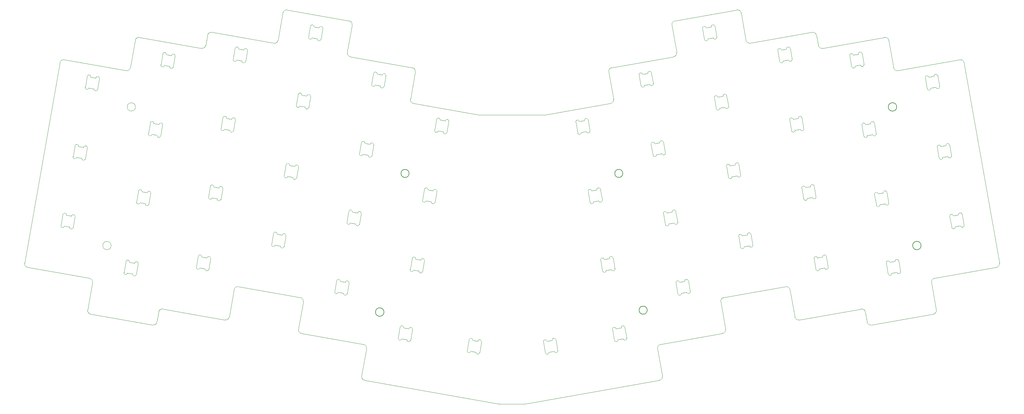
<source format=gbr>
%TF.GenerationSoftware,KiCad,Pcbnew,8.0.7*%
%TF.CreationDate,2025-02-04T22:32:58+01:00*%
%TF.ProjectId,011_rev2,3031315f-7265-4763-922e-6b696361645f,rev?*%
%TF.SameCoordinates,Original*%
%TF.FileFunction,Profile,NP*%
%FSLAX46Y46*%
G04 Gerber Fmt 4.6, Leading zero omitted, Abs format (unit mm)*
G04 Created by KiCad (PCBNEW 8.0.7) date 2025-02-04 22:32:58*
%MOMM*%
%LPD*%
G01*
G04 APERTURE LIST*
%TA.AperFunction,Profile*%
%ADD10C,0.100000*%
%TD*%
%TA.AperFunction,Profile*%
%ADD11C,0.200000*%
%TD*%
%TA.AperFunction,Profile*%
%ADD12C,0.050000*%
%TD*%
G04 APERTURE END LIST*
D10*
X71111960Y-113779490D02*
G75*
G02*
X72270347Y-112968696I984740J-174010D01*
G01*
X231390210Y-40887150D02*
G75*
G02*
X230231768Y-40075945I-173810J984550D01*
G01*
X268926760Y-40118590D02*
X270233580Y-47529940D01*
X175863510Y-60349080D02*
G75*
G02*
X175689860Y-60364273I-173710J985480D01*
G01*
X140130000Y-57230000D02*
G75*
G02*
X139318836Y-56071594I173500J984700D01*
G01*
X298917670Y-100503790D02*
G75*
G02*
X298106488Y-101662292I-984770J-173710D01*
G01*
X157993020Y-60364270D02*
X166841440Y-60364280D01*
X280504330Y-105780760D02*
G75*
G02*
X281315547Y-104622429I984770J173560D01*
G01*
X207595380Y-131114800D02*
G75*
G02*
X206784210Y-132273178I-984780J-173600D01*
G01*
X243462900Y-115118150D02*
X242156050Y-107707050D01*
X84344980Y-38737580D02*
G75*
G02*
X85503427Y-37926546I984820J-173820D01*
G01*
X163522170Y-138715450D02*
X166841440Y-138715450D01*
X271392030Y-48341090D02*
G75*
G02*
X270233542Y-47529944I-173830J984590D01*
G01*
X210974550Y-34815100D02*
X227766950Y-31854540D01*
X91526830Y-107707050D02*
G75*
G02*
X92685347Y-106895947I984770J-173650D01*
G01*
X223395480Y-111016280D02*
X224701940Y-118426490D01*
X35576410Y-101662240D02*
G75*
G02*
X34765166Y-100503776I173590J984840D01*
G01*
X175863510Y-60349080D02*
X193552890Y-57229990D01*
X84344980Y-38737580D02*
X83865000Y-41458160D01*
X83865000Y-41458160D02*
G75*
G02*
X82706497Y-42269257I-984700J173560D01*
G01*
X122212730Y-43384220D02*
X123519520Y-35973570D01*
X62290860Y-48341090D02*
X45500030Y-45380510D01*
X44341580Y-46191670D02*
X34765210Y-100503790D01*
X126898670Y-132273250D02*
X163348530Y-138700260D01*
X280504330Y-105780760D02*
X281810720Y-113192470D01*
X231390210Y-40887150D02*
X248179460Y-37926510D01*
X109792130Y-119584930D02*
G75*
G02*
X108980890Y-118426485I173870J985030D01*
G01*
D11*
X138949411Y-76197971D02*
G75*
G02*
X136753889Y-76197971I-1097761J0D01*
G01*
X136753889Y-76197971D02*
G75*
G02*
X138949411Y-76197971I1097761J0D01*
G01*
D10*
X82706510Y-42269210D02*
X65914630Y-39307430D01*
X210163370Y-35973570D02*
G75*
G02*
X210974557Y-34815100I984930J173570D01*
G01*
X244621350Y-115929310D02*
G75*
G02*
X243462857Y-115118165I-173750J984710D01*
G01*
X103451150Y-40075940D02*
G75*
G02*
X102292666Y-40887198I-984750J173440D01*
G01*
X139813790Y-47503140D02*
G75*
G02*
X140624919Y-48661524I-173490J-984660D01*
G01*
X44341580Y-46191670D02*
G75*
G02*
X45500027Y-45380527I984920J-173830D01*
G01*
X267768250Y-39307440D02*
G75*
G02*
X268926715Y-40118596I173550J-984960D01*
G01*
X52683320Y-114350860D02*
X69472860Y-117311540D01*
X263051610Y-116500680D02*
X262570930Y-113779500D01*
X109476310Y-109857850D02*
G75*
G02*
X110287323Y-111016265I-173610J-984650D01*
G01*
X261412530Y-112968640D02*
G75*
G02*
X262570930Y-113779495I173470J-985060D01*
G01*
X298106480Y-101662240D02*
X281315540Y-104622370D01*
X122708340Y-34815100D02*
X105915940Y-31854530D01*
X228925390Y-32665730D02*
X230231730Y-40075950D01*
X139813790Y-47503140D02*
X123023890Y-44542690D01*
X52683320Y-114350860D02*
G75*
G02*
X51872103Y-113192465I173380J984660D01*
G01*
X193057930Y-48661530D02*
G75*
G02*
X193869101Y-47503125I984770J173630D01*
G01*
D11*
X196852439Y-76197972D02*
G75*
G02*
X194674863Y-76197972I-1088788J0D01*
G01*
X194674863Y-76197972D02*
G75*
G02*
X196852439Y-76197972I1088788J0D01*
G01*
D10*
X92685350Y-106895910D02*
X109476310Y-109857850D01*
X240997530Y-106895910D02*
G75*
G02*
X242156075Y-107707046I173670J-984890D01*
G01*
X157993020Y-60364270D02*
G75*
G02*
X157819379Y-60349083I380J1004570D01*
G01*
X70631280Y-116500690D02*
G75*
G02*
X69472856Y-117311588I-984680J173790D01*
G01*
X70631280Y-116500690D02*
X71111950Y-113779490D01*
X250976380Y-42269210D02*
G75*
G02*
X249817914Y-41458146I-173880J984510D01*
G01*
X109792130Y-119584930D02*
X126583050Y-122545290D01*
X206784220Y-132273250D02*
X170334360Y-138700250D01*
X281810720Y-113192470D02*
G75*
G02*
X280999578Y-114350912I-984820J-173630D01*
G01*
D11*
X277674414Y-95755872D02*
G75*
G02*
X275396886Y-95755872I-1138764J0D01*
G01*
X275396886Y-95755872D02*
G75*
G02*
X277674414Y-95755872I1138764J0D01*
G01*
X271069968Y-58163972D02*
G75*
G02*
X268793332Y-58163972I-1138318J0D01*
G01*
X268793332Y-58163972D02*
G75*
G02*
X271069968Y-58163972I1138318J0D01*
G01*
D10*
X224701940Y-118426490D02*
G75*
G02*
X223890766Y-119584965I-984740J-173710D01*
G01*
X110287400Y-111016280D02*
X108980950Y-118426490D01*
X240997530Y-106895910D02*
X224206580Y-109857860D01*
X227766950Y-31854540D02*
G75*
G02*
X228925387Y-32665735I173450J-985060D01*
G01*
X127394230Y-123703740D02*
X126087510Y-131114800D01*
D12*
X64798650Y-58163971D02*
G75*
G02*
X62568650Y-58163971I-1115000J0D01*
G01*
X62568650Y-58163971D02*
G75*
G02*
X64798650Y-58163971I1115000J0D01*
G01*
D10*
X288182850Y-45380510D02*
G75*
G02*
X289341295Y-46191676I173650J-984790D01*
G01*
X264210030Y-117311540D02*
G75*
G02*
X263051634Y-116500684I-173830J984540D01*
G01*
X157819380Y-60349090D02*
X140130000Y-57230000D01*
X90219990Y-115118160D02*
X91526830Y-107707050D01*
X194364060Y-56071600D02*
G75*
G02*
X193552882Y-57229928I-984860J-173500D01*
G01*
X170334360Y-138700250D02*
G75*
G02*
X170160720Y-138715456I-173960J987450D01*
G01*
X63449310Y-47529930D02*
G75*
G02*
X62290848Y-48341141I-984910J173730D01*
G01*
X194364060Y-56071600D02*
X193057930Y-48661530D01*
X163522170Y-138715450D02*
G75*
G02*
X163348530Y-138700261I-170J998150D01*
G01*
X126898670Y-132273250D02*
G75*
G02*
X126087414Y-131114775I173730J984950D01*
G01*
X175689860Y-60364280D02*
X166841440Y-60364280D01*
X223890760Y-119584930D02*
X207099840Y-122545290D01*
X250976380Y-42269210D02*
X267768250Y-39307440D01*
D12*
X58209220Y-95755972D02*
G75*
G02*
X55950082Y-95755972I-1129569J0D01*
G01*
X55950082Y-95755972D02*
G75*
G02*
X58209220Y-95755972I1129569J0D01*
G01*
D11*
X132145639Y-113789973D02*
G75*
G02*
X129841661Y-113789973I-1151989J0D01*
G01*
X129841661Y-113789973D02*
G75*
G02*
X132145639Y-113789973I1151989J0D01*
G01*
D10*
X35576410Y-101662240D02*
X52367350Y-104622370D01*
X90219990Y-115118160D02*
G75*
G02*
X89061526Y-115929370I-984790J173560D01*
G01*
X72270350Y-112968640D02*
X89061540Y-115929310D01*
X271392030Y-48341090D02*
X288182850Y-45380510D01*
X211470160Y-43384230D02*
X210163370Y-35973570D01*
X123023890Y-44542690D02*
G75*
G02*
X122212676Y-43384216I173410J984690D01*
G01*
D11*
X203465606Y-113281972D02*
G75*
G02*
X201269694Y-113281972I-1097956J0D01*
G01*
X201269694Y-113281972D02*
G75*
G02*
X203465606Y-113281972I1097956J0D01*
G01*
D10*
X249337910Y-38737580D02*
X249817890Y-41458150D01*
X289341300Y-46191680D02*
X298917670Y-100503790D01*
X170160720Y-138715450D02*
X166841440Y-138715450D01*
X206288660Y-123703740D02*
G75*
G02*
X207099828Y-122545266I984840J173640D01*
G01*
X126583050Y-122545290D02*
G75*
G02*
X127394167Y-123703726I-173850J-984910D01*
G01*
X64756130Y-40118590D02*
G75*
G02*
X65914637Y-39307417I984870J-173710D01*
G01*
X64756130Y-40118590D02*
X63449310Y-47529930D01*
X206288650Y-123703740D02*
X207595380Y-131114800D01*
X280999570Y-114350860D02*
X264210030Y-117311540D01*
X104757500Y-32665740D02*
G75*
G02*
X105915926Y-31854559I984900J-173760D01*
G01*
X248179460Y-37926510D02*
G75*
G02*
X249337877Y-38737585I173640J-984790D01*
G01*
X193869100Y-47503140D02*
X210658990Y-44542690D01*
X211470160Y-43384230D02*
G75*
G02*
X210658988Y-44542674I-984760J-173670D01*
G01*
X139318830Y-56071600D02*
X140624960Y-48661530D01*
X261412530Y-112968640D02*
X244621350Y-115929310D01*
X122708340Y-34815100D02*
G75*
G02*
X123519462Y-35973555I-173540J-984700D01*
G01*
X53178550Y-105780770D02*
X51872160Y-113192470D01*
X102292680Y-40887140D02*
X85503430Y-37926510D01*
X104757500Y-32665740D02*
X103451150Y-40075940D01*
X223395480Y-111016280D02*
G75*
G02*
X224206576Y-109857823I984920J173580D01*
G01*
X52367350Y-104622370D02*
G75*
G02*
X53178500Y-105780754I-173850J-984930D01*
G01*
%TO.C,L34*%
X105610610Y-73889713D02*
X105089665Y-76844137D01*
X107453204Y-77260892D02*
X106074473Y-77017785D01*
X107974148Y-74306469D02*
X106595418Y-74063362D01*
X108438012Y-77434540D02*
X108958956Y-74480117D01*
X105610610Y-73889713D02*
G75*
G02*
X106595417Y-74063362I492404J-86823D01*
G01*
X106074473Y-77017785D02*
G75*
G02*
X105089665Y-76844137I-492404J86824D01*
G01*
X107974148Y-74306469D02*
G75*
G02*
X108958956Y-74480117I492404J-86824D01*
G01*
X108438012Y-77434540D02*
G75*
G02*
X107453204Y-77260892I-492404J86824D01*
G01*
%TO.C,L28*%
X102210610Y-92489713D02*
X101689665Y-95444137D01*
X104053204Y-95860892D02*
X102674473Y-95617785D01*
X104574148Y-92906469D02*
X103195418Y-92663362D01*
X105038012Y-96034540D02*
X105558956Y-93080117D01*
X102210610Y-92489713D02*
G75*
G02*
X103195417Y-92663362I492404J-86823D01*
G01*
X102674473Y-95617785D02*
G75*
G02*
X101689665Y-95444137I-492404J86824D01*
G01*
X104574148Y-92906469D02*
G75*
G02*
X105558956Y-93080117I492404J-86824D01*
G01*
X105038012Y-96034540D02*
G75*
G02*
X104053204Y-95860892I-492404J86824D01*
G01*
%TO.C,L14*%
X207841044Y-87080117D02*
X208361988Y-90034540D01*
X210204582Y-86663362D02*
X208825852Y-86906469D01*
X210725527Y-89617785D02*
X209346796Y-89860892D01*
X211710335Y-89444137D02*
X211189390Y-86489713D01*
X207841044Y-87080117D02*
G75*
G02*
X208825852Y-86906469I492404J86824D01*
G01*
X209346796Y-89860892D02*
G75*
G02*
X208361988Y-90034540I-492404J-86824D01*
G01*
X210204582Y-86663362D02*
G75*
G02*
X211189391Y-86489713I492404J86826D01*
G01*
X211710335Y-89444137D02*
G75*
G02*
X210725527Y-89617785I-492404J-86824D01*
G01*
%TO.C,L25*%
X155210610Y-121289713D02*
X154689665Y-124244137D01*
X157053204Y-124660892D02*
X155674473Y-124417785D01*
X157574148Y-121706469D02*
X156195418Y-121463362D01*
X158038012Y-124834540D02*
X158558956Y-121880117D01*
X155210610Y-121289713D02*
G75*
G02*
X156195417Y-121463362I492404J-86823D01*
G01*
X155674473Y-124417785D02*
G75*
G02*
X154689665Y-124244137I-492404J86824D01*
G01*
X157574148Y-121706469D02*
G75*
G02*
X158558956Y-121880117I492404J-86824D01*
G01*
X158038012Y-124834540D02*
G75*
G02*
X157053204Y-124660892I-492404J86824D01*
G01*
%TO.C,L37*%
X143110610Y-80489713D02*
X142589665Y-83444137D01*
X144953204Y-83860892D02*
X143574473Y-83617785D01*
X145474148Y-80906469D02*
X144095418Y-80663362D01*
X145938012Y-84034540D02*
X146458956Y-81080117D01*
X143110610Y-80489713D02*
G75*
G02*
X144095417Y-80663362I492404J-86823D01*
G01*
X143574473Y-83617785D02*
G75*
G02*
X142589665Y-83444137I-492404J86824D01*
G01*
X145474148Y-80906469D02*
G75*
G02*
X146458956Y-81080117I492404J-86824D01*
G01*
X145938012Y-84034540D02*
G75*
G02*
X144953204Y-83860892I-492404J86824D01*
G01*
%TO.C,L21*%
X228241044Y-93280117D02*
X228761988Y-96234540D01*
X230604582Y-92863362D02*
X229225852Y-93106469D01*
X231125527Y-95817785D02*
X229746796Y-96060892D01*
X232110335Y-95644137D02*
X231589390Y-92689713D01*
X228241044Y-93280117D02*
G75*
G02*
X229225852Y-93106469I492404J86824D01*
G01*
X229746796Y-96060892D02*
G75*
G02*
X228761988Y-96234540I-492404J-86824D01*
G01*
X230604582Y-92863362D02*
G75*
G02*
X231589391Y-92689713I492404J86826D01*
G01*
X232110335Y-95644137D02*
G75*
G02*
X231125527Y-95817785I-492404J-86824D01*
G01*
%TO.C,L38*%
X126010610Y-67889713D02*
X125489665Y-70844137D01*
X127853204Y-71260892D02*
X126474473Y-71017785D01*
X128374148Y-68306469D02*
X126995418Y-68063362D01*
X128838012Y-71434540D02*
X129358956Y-68480117D01*
X126010610Y-67889713D02*
G75*
G02*
X126995417Y-68063362I492404J-86823D01*
G01*
X126474473Y-71017785D02*
G75*
G02*
X125489665Y-70844137I-492404J86824D01*
G01*
X128374148Y-68306469D02*
G75*
G02*
X129358956Y-68480117I492404J-86824D01*
G01*
X128838012Y-71434540D02*
G75*
G02*
X127853204Y-71260892I-492404J86824D01*
G01*
%TO.C,L10*%
X221641044Y-55680117D02*
X222161988Y-58634540D01*
X224004582Y-55263362D02*
X222625852Y-55506469D01*
X224525527Y-58217785D02*
X223146796Y-58460892D01*
X225510335Y-58044137D02*
X224989390Y-55089713D01*
X221641044Y-55680117D02*
G75*
G02*
X222625852Y-55506469I492404J86824D01*
G01*
X223146796Y-58460892D02*
G75*
G02*
X222161988Y-58634540I-492404J-86824D01*
G01*
X224004582Y-55263362D02*
G75*
G02*
X224989391Y-55089713I492404J86826D01*
G01*
X225510335Y-58044137D02*
G75*
G02*
X224525527Y-58217785I-492404J-86824D01*
G01*
%TO.C,L26*%
X136510610Y-117889713D02*
X135989665Y-120844137D01*
X138353204Y-121260892D02*
X136974473Y-121017785D01*
X138874148Y-118306469D02*
X137495418Y-118063362D01*
X139338012Y-121434540D02*
X139858956Y-118480117D01*
X136510610Y-117889713D02*
G75*
G02*
X137495417Y-118063362I492404J-86823D01*
G01*
X136974473Y-121017785D02*
G75*
G02*
X135989665Y-120844137I-492404J86824D01*
G01*
X138874148Y-118306469D02*
G75*
G02*
X139858956Y-118480117I492404J-86824D01*
G01*
X139338012Y-121434540D02*
G75*
G02*
X138353204Y-121260892I-492404J86824D01*
G01*
%TO.C,L12*%
X187441044Y-81080117D02*
X187961988Y-84034540D01*
X189804582Y-80663362D02*
X188425852Y-80906469D01*
X190325527Y-83617785D02*
X188946796Y-83860892D01*
X191310335Y-83444137D02*
X190789390Y-80489713D01*
X187441044Y-81080117D02*
G75*
G02*
X188425852Y-80906469I492404J86824D01*
G01*
X188946796Y-83860892D02*
G75*
G02*
X187961988Y-84034540I-492404J-86824D01*
G01*
X189804582Y-80663362D02*
G75*
G02*
X190789391Y-80489713I492404J86826D01*
G01*
X191310335Y-83444137D02*
G75*
G02*
X190325527Y-83617785I-492404J-86824D01*
G01*
%TO.C,L43*%
X51710610Y-49889713D02*
X51189665Y-52844137D01*
X53553204Y-53260892D02*
X52174473Y-53017785D01*
X54074148Y-50306469D02*
X52695418Y-50063362D01*
X54538012Y-53434540D02*
X55058956Y-50480117D01*
X51710610Y-49889713D02*
G75*
G02*
X52695417Y-50063362I492404J-86823D01*
G01*
X52174473Y-53017785D02*
G75*
G02*
X51189665Y-52844137I-492404J86824D01*
G01*
X54074148Y-50306469D02*
G75*
G02*
X55058956Y-50480117I492404J-86824D01*
G01*
X54538012Y-53434540D02*
G75*
G02*
X53553204Y-53260892I-492404J86824D01*
G01*
%TO.C,L19*%
X268241044Y-100480117D02*
X268761988Y-103434540D01*
X270604582Y-100063362D02*
X269225852Y-100306469D01*
X271125527Y-103017785D02*
X269746796Y-103260892D01*
X272110335Y-102844137D02*
X271589390Y-99889713D01*
X268241044Y-100480117D02*
G75*
G02*
X269225852Y-100306469I492404J86824D01*
G01*
X269746796Y-103260892D02*
G75*
G02*
X268761988Y-103434540I-492404J-86824D01*
G01*
X270604582Y-100063362D02*
G75*
G02*
X271589391Y-99889713I492404J86826D01*
G01*
X272110335Y-102844137D02*
G75*
G02*
X271125527Y-103017785I-492404J-86824D01*
G01*
%TO.C,L48*%
X146378610Y-61544460D02*
X145857665Y-64498884D01*
X148221204Y-64915639D02*
X146842473Y-64672532D01*
X148742148Y-61961216D02*
X147363418Y-61718109D01*
X149206012Y-65089287D02*
X149726956Y-62134864D01*
X146378610Y-61544460D02*
G75*
G02*
X147363417Y-61718109I492404J-86823D01*
G01*
X146842473Y-64672532D02*
G75*
G02*
X145857665Y-64498884I-492404J86824D01*
G01*
X148742148Y-61961216D02*
G75*
G02*
X149726956Y-62134864I492404J-86824D01*
G01*
X149206012Y-65089287D02*
G75*
G02*
X148221204Y-64915639I-492404J86824D01*
G01*
%TO.C,L44*%
X72210610Y-43789713D02*
X71689665Y-46744137D01*
X74053204Y-47160892D02*
X72674473Y-46917785D01*
X74574148Y-44206469D02*
X73195418Y-43963362D01*
X75038012Y-47334540D02*
X75558956Y-44380117D01*
X72210610Y-43789713D02*
G75*
G02*
X73195417Y-43963362I492404J-86823D01*
G01*
X72674473Y-46917785D02*
G75*
G02*
X71689665Y-46744137I-492404J86824D01*
G01*
X74574148Y-44206469D02*
G75*
G02*
X75558956Y-44380117I492404J-86824D01*
G01*
X75038012Y-47334540D02*
G75*
G02*
X74053204Y-47160892I-492404J86824D01*
G01*
%TO.C,L2*%
X201241044Y-49480117D02*
X201761988Y-52434540D01*
X203604582Y-49063362D02*
X202225852Y-49306469D01*
X204125527Y-52017785D02*
X202746796Y-52260892D01*
X205110335Y-51844137D02*
X204589390Y-48889713D01*
X201241044Y-49480117D02*
G75*
G02*
X202225852Y-49306469I492404J86824D01*
G01*
X202746796Y-52260892D02*
G75*
G02*
X201761988Y-52434540I-492404J-86824D01*
G01*
X203604582Y-49063362D02*
G75*
G02*
X204589391Y-48889713I492404J86826D01*
G01*
X205110335Y-51844137D02*
G75*
G02*
X204125527Y-52017785I-492404J-86824D01*
G01*
%TO.C,L27*%
X119310610Y-105289713D02*
X118789665Y-108244137D01*
X121153204Y-108660892D02*
X119774473Y-108417785D01*
X121674148Y-105706469D02*
X120295418Y-105463362D01*
X122138012Y-108834540D02*
X122658956Y-105880117D01*
X119310610Y-105289713D02*
G75*
G02*
X120295417Y-105463362I492404J-86823D01*
G01*
X119774473Y-108417785D02*
G75*
G02*
X118789665Y-108244137I-492404J86824D01*
G01*
X121674148Y-105706469D02*
G75*
G02*
X122658956Y-105880117I492404J-86824D01*
G01*
X122138012Y-108834540D02*
G75*
G02*
X121153204Y-108660892I-492404J86824D01*
G01*
%TO.C,L32*%
X65610610Y-80989713D02*
X65089665Y-83944137D01*
X67453204Y-84360892D02*
X66074473Y-84117785D01*
X67974148Y-81406469D02*
X66595418Y-81163362D01*
X68438012Y-84534540D02*
X68958956Y-81580117D01*
X65610610Y-80989713D02*
G75*
G02*
X66595417Y-81163362I492404J-86823D01*
G01*
X66074473Y-84117785D02*
G75*
G02*
X65089665Y-83944137I-492404J86824D01*
G01*
X67974148Y-81406469D02*
G75*
G02*
X68958956Y-81580117I492404J-86824D01*
G01*
X68438012Y-84534540D02*
G75*
G02*
X67453204Y-84360892I-492404J86824D01*
G01*
%TO.C,L1*%
X184109044Y-62280117D02*
X184629988Y-65234540D01*
X186472582Y-61863362D02*
X185093852Y-62106469D01*
X186993527Y-64817785D02*
X185614796Y-65060892D01*
X187978335Y-64644137D02*
X187457390Y-61689713D01*
X184109044Y-62280117D02*
G75*
G02*
X185093852Y-62106469I492404J86824D01*
G01*
X185614796Y-65060892D02*
G75*
G02*
X184629988Y-65234540I-492404J-86824D01*
G01*
X186472582Y-61863362D02*
G75*
G02*
X187457391Y-61689713I492404J86826D01*
G01*
X187978335Y-64644137D02*
G75*
G02*
X186993527Y-64817785I-492404J-86824D01*
G01*
%TO.C,L40*%
X88510610Y-61089713D02*
X87989665Y-64044137D01*
X90353204Y-64460892D02*
X88974473Y-64217785D01*
X90874148Y-61506469D02*
X89495418Y-61263362D01*
X91338012Y-64634540D02*
X91858956Y-61680117D01*
X88510610Y-61089713D02*
G75*
G02*
X89495417Y-61263362I492404J-86823D01*
G01*
X88974473Y-64217785D02*
G75*
G02*
X87989665Y-64044137I-492404J86824D01*
G01*
X90874148Y-61506469D02*
G75*
G02*
X91858956Y-61680117I492404J-86824D01*
G01*
X91338012Y-64634540D02*
G75*
G02*
X90353204Y-64460892I-492404J86824D01*
G01*
%TO.C,L23*%
X194041044Y-118480117D02*
X194561988Y-121434540D01*
X196404582Y-118063362D02*
X195025852Y-118306469D01*
X196925527Y-121017785D02*
X195546796Y-121260892D01*
X197910335Y-120844137D02*
X197389390Y-117889713D01*
X194041044Y-118480117D02*
G75*
G02*
X195025852Y-118306469I492404J86824D01*
G01*
X195546796Y-121260892D02*
G75*
G02*
X194561988Y-121434540I-492404J-86824D01*
G01*
X196404582Y-118063362D02*
G75*
G02*
X197389391Y-117889713I492404J86826D01*
G01*
X197910335Y-120844137D02*
G75*
G02*
X196925527Y-121017785I-492404J-86824D01*
G01*
%TO.C,L24*%
X175341044Y-121880117D02*
X175861988Y-124834540D01*
X177704582Y-121463362D02*
X176325852Y-121706469D01*
X178225527Y-124417785D02*
X176846796Y-124660892D01*
X179210335Y-124244137D02*
X178689390Y-121289713D01*
X175341044Y-121880117D02*
G75*
G02*
X176325852Y-121706469I492404J86824D01*
G01*
X176846796Y-124660892D02*
G75*
G02*
X175861988Y-124834540I-492404J-86824D01*
G01*
X177704582Y-121463362D02*
G75*
G02*
X178689391Y-121289713I492404J86826D01*
G01*
X179210335Y-124244137D02*
G75*
G02*
X178225527Y-124417785I-492404J-86824D01*
G01*
%TO.C,L41*%
X68810610Y-62489713D02*
X68289665Y-65444137D01*
X70653204Y-65860892D02*
X69274473Y-65617785D01*
X71174148Y-62906469D02*
X69795418Y-62663362D01*
X71638012Y-66034540D02*
X72158956Y-63080117D01*
X68810610Y-62489713D02*
G75*
G02*
X69795417Y-62663362I492404J-86823D01*
G01*
X69274473Y-65617785D02*
G75*
G02*
X68289665Y-65444137I-492404J86824D01*
G01*
X71174148Y-62906469D02*
G75*
G02*
X72158956Y-63080117I492404J-86824D01*
G01*
X71638012Y-66034540D02*
G75*
G02*
X70653204Y-65860892I-492404J86824D01*
G01*
%TO.C,L9*%
X242041044Y-61680117D02*
X242561988Y-64634540D01*
X244404582Y-61263362D02*
X243025852Y-61506469D01*
X244925527Y-64217785D02*
X243546796Y-64460892D01*
X245910335Y-64044137D02*
X245389390Y-61089713D01*
X242041044Y-61680117D02*
G75*
G02*
X243025852Y-61506469I492404J86824D01*
G01*
X243546796Y-64460892D02*
G75*
G02*
X242561988Y-64634540I-492404J-86824D01*
G01*
X244404582Y-61263362D02*
G75*
G02*
X245389391Y-61089713I492404J86826D01*
G01*
X245910335Y-64044137D02*
G75*
G02*
X244925527Y-64217785I-492404J-86824D01*
G01*
%TO.C,L36*%
X139761988Y-99265460D02*
X139241044Y-102219883D01*
X140225852Y-102393531D02*
X141604582Y-102636638D01*
X140746796Y-99439108D02*
X142125527Y-99682215D01*
X142589390Y-102810287D02*
X143110335Y-99855863D01*
X139761988Y-99265460D02*
G75*
G02*
X140746796Y-99439108I492404J-86824D01*
G01*
X140225852Y-102393531D02*
G75*
G02*
X139241044Y-102219883I-492404J86824D01*
G01*
X142125527Y-99682215D02*
G75*
G02*
X143110335Y-99855863I492404J-86824D01*
G01*
X142589390Y-102810287D02*
G75*
G02*
X141604583Y-102636638I-492404J86823D01*
G01*
%TO.C,L22*%
X211241044Y-105880117D02*
X211761988Y-108834540D01*
X213604582Y-105463362D02*
X212225852Y-105706469D01*
X214125527Y-108417785D02*
X212746796Y-108660892D01*
X215110335Y-108244137D02*
X214589390Y-105289713D01*
X211241044Y-105880117D02*
G75*
G02*
X212225852Y-105706469I492404J86824D01*
G01*
X212746796Y-108660892D02*
G75*
G02*
X211761988Y-108834540I-492404J-86824D01*
G01*
X213604582Y-105463362D02*
G75*
G02*
X214589391Y-105289713I492404J86826D01*
G01*
X215110335Y-108244137D02*
G75*
G02*
X214125527Y-108417785I-492404J-86824D01*
G01*
%TO.C,L33*%
X85110610Y-79689713D02*
X84589665Y-82644137D01*
X86953204Y-83060892D02*
X85574473Y-82817785D01*
X87474148Y-80106469D02*
X86095418Y-79863362D01*
X87938012Y-83234540D02*
X88458956Y-80280117D01*
X85110610Y-79689713D02*
G75*
G02*
X86095417Y-79863362I492404J-86823D01*
G01*
X85574473Y-82817785D02*
G75*
G02*
X84589665Y-82644137I-492404J86824D01*
G01*
X87474148Y-80106469D02*
G75*
G02*
X88458956Y-80280117I492404J-86824D01*
G01*
X87938012Y-83234540D02*
G75*
G02*
X86953204Y-83060892I-492404J86824D01*
G01*
%TO.C,L30*%
X62210610Y-100089713D02*
X61689665Y-103044137D01*
X64053204Y-103460892D02*
X62674473Y-103217785D01*
X64574148Y-100506469D02*
X63195418Y-100263362D01*
X65038012Y-103634540D02*
X65558956Y-100680117D01*
X62210610Y-100089713D02*
G75*
G02*
X63195417Y-100263362I492404J-86823D01*
G01*
X62674473Y-103217785D02*
G75*
G02*
X61689665Y-103044137I-492404J86824D01*
G01*
X64574148Y-100506469D02*
G75*
G02*
X65558956Y-100680117I492404J-86824D01*
G01*
X65038012Y-103634540D02*
G75*
G02*
X64053204Y-103460892I-492404J86824D01*
G01*
%TO.C,L4*%
X238841044Y-42880117D02*
X239361988Y-45834540D01*
X241204582Y-42463362D02*
X239825852Y-42706469D01*
X241725527Y-45417785D02*
X240346796Y-45660892D01*
X242710335Y-45244137D02*
X242189390Y-42289713D01*
X238841044Y-42880117D02*
G75*
G02*
X239825852Y-42706469I492404J86824D01*
G01*
X240346796Y-45660892D02*
G75*
G02*
X239361988Y-45834540I-492404J-86824D01*
G01*
X241204582Y-42463362D02*
G75*
G02*
X242189391Y-42289713I492404J86826D01*
G01*
X242710335Y-45244137D02*
G75*
G02*
X241725527Y-45417785I-492404J-86824D01*
G01*
%TO.C,L13*%
X190841044Y-99680117D02*
X191361988Y-102634540D01*
X193204582Y-99263362D02*
X191825852Y-99506469D01*
X193725527Y-102217785D02*
X192346796Y-102460892D01*
X194710335Y-102044137D02*
X194189390Y-99089713D01*
X190841044Y-99680117D02*
G75*
G02*
X191825852Y-99506469I492404J86824D01*
G01*
X192346796Y-102460892D02*
G75*
G02*
X191361988Y-102634540I-492404J-86824D01*
G01*
X193204582Y-99263362D02*
G75*
G02*
X194189391Y-99089713I492404J86826D01*
G01*
X194710335Y-102044137D02*
G75*
G02*
X193725527Y-102217785I-492404J-86824D01*
G01*
%TO.C,L47*%
X129310610Y-49089713D02*
X128789665Y-52044137D01*
X131153204Y-52460892D02*
X129774473Y-52217785D01*
X131674148Y-49506469D02*
X130295418Y-49263362D01*
X132138012Y-52634540D02*
X132658956Y-49680117D01*
X129310610Y-49089713D02*
G75*
G02*
X130295417Y-49263362I492404J-86823D01*
G01*
X129774473Y-52217785D02*
G75*
G02*
X128789665Y-52044137I-492404J86824D01*
G01*
X131674148Y-49506469D02*
G75*
G02*
X132658956Y-49680117I492404J-86824D01*
G01*
X132138012Y-52634540D02*
G75*
G02*
X131153204Y-52460892I-492404J86824D01*
G01*
%TO.C,L29*%
X81810610Y-98689713D02*
X81289665Y-101644137D01*
X83653204Y-102060892D02*
X82274473Y-101817785D01*
X84174148Y-99106469D02*
X82795418Y-98863362D01*
X84638012Y-102234540D02*
X85158956Y-99280117D01*
X81810610Y-98689713D02*
G75*
G02*
X82795417Y-98863362I492404J-86823D01*
G01*
X82274473Y-101817785D02*
G75*
G02*
X81289665Y-101644137I-492404J86824D01*
G01*
X84174148Y-99106469D02*
G75*
G02*
X85158956Y-99280117I492404J-86824D01*
G01*
X84638012Y-102234540D02*
G75*
G02*
X83653204Y-102060892I-492404J86824D01*
G01*
%TO.C,L31*%
X45110610Y-87344460D02*
X44589665Y-90298884D01*
X46953204Y-90715639D02*
X45574473Y-90472532D01*
X47474148Y-87761216D02*
X46095418Y-87518109D01*
X47938012Y-90889287D02*
X48458956Y-87934864D01*
X45110610Y-87344460D02*
G75*
G02*
X46095417Y-87518109I492404J-86823D01*
G01*
X45574473Y-90472532D02*
G75*
G02*
X44589665Y-90298884I-492404J86824D01*
G01*
X47474148Y-87761216D02*
G75*
G02*
X48458956Y-87934864I492404J-86824D01*
G01*
X47938012Y-90889287D02*
G75*
G02*
X46953204Y-90715639I-492404J86824D01*
G01*
%TO.C,L45*%
X91810610Y-42289713D02*
X91289665Y-45244137D01*
X93653204Y-45660892D02*
X92274473Y-45417785D01*
X94174148Y-42706469D02*
X92795418Y-42463362D01*
X94638012Y-45834540D02*
X95158956Y-42880117D01*
X91810610Y-42289713D02*
G75*
G02*
X92795417Y-42463362I492404J-86823D01*
G01*
X92274473Y-45417785D02*
G75*
G02*
X91289665Y-45244137I-492404J86824D01*
G01*
X94174148Y-42706469D02*
G75*
G02*
X95158956Y-42880117I492404J-86824D01*
G01*
X94638012Y-45834540D02*
G75*
G02*
X93653204Y-45660892I-492404J86824D01*
G01*
%TO.C,L17*%
X265041044Y-81880117D02*
X265561988Y-84834540D01*
X267404582Y-81463362D02*
X266025852Y-81706469D01*
X267925527Y-84417785D02*
X266546796Y-84660892D01*
X268910335Y-84244137D02*
X268389390Y-81289713D01*
X265041044Y-81880117D02*
G75*
G02*
X266025852Y-81706469I492404J86824D01*
G01*
X266546796Y-84660892D02*
G75*
G02*
X265561988Y-84834540I-492404J-86824D01*
G01*
X267404582Y-81463362D02*
G75*
G02*
X268389391Y-81289713I492404J86826D01*
G01*
X268910335Y-84244137D02*
G75*
G02*
X267925527Y-84417785I-492404J-86824D01*
G01*
%TO.C,L20*%
X248641044Y-99280117D02*
X249161988Y-102234540D01*
X251004582Y-98863362D02*
X249625852Y-99106469D01*
X251525527Y-101817785D02*
X250146796Y-102060892D01*
X252510335Y-101644137D02*
X251989390Y-98689713D01*
X248641044Y-99280117D02*
G75*
G02*
X249625852Y-99106469I492404J86824D01*
G01*
X250146796Y-102060892D02*
G75*
G02*
X249161988Y-102234540I-492404J-86824D01*
G01*
X251004582Y-98863362D02*
G75*
G02*
X251989391Y-98689713I492404J86826D01*
G01*
X252510335Y-101644137D02*
G75*
G02*
X251525527Y-101817785I-492404J-86824D01*
G01*
%TO.C,L5*%
X258341044Y-44280117D02*
X258861988Y-47234540D01*
X260704582Y-43863362D02*
X259325852Y-44106469D01*
X261225527Y-46817785D02*
X259846796Y-47060892D01*
X262210335Y-46644137D02*
X261689390Y-43689713D01*
X258341044Y-44280117D02*
G75*
G02*
X259325852Y-44106469I492404J86824D01*
G01*
X259846796Y-47060892D02*
G75*
G02*
X258861988Y-47234540I-492404J-86824D01*
G01*
X260704582Y-43863362D02*
G75*
G02*
X261689391Y-43689713I492404J86826D01*
G01*
X262210335Y-46644137D02*
G75*
G02*
X261225527Y-46817785I-492404J-86824D01*
G01*
%TO.C,L8*%
X261641044Y-63098917D02*
X262161988Y-66053340D01*
X264004582Y-62682162D02*
X262625852Y-62925269D01*
X264525527Y-65636585D02*
X263146796Y-65879692D01*
X265510335Y-65462937D02*
X264989390Y-62508513D01*
X261641044Y-63098917D02*
G75*
G02*
X262625852Y-62925269I492404J86824D01*
G01*
X263146796Y-65879692D02*
G75*
G02*
X262161988Y-66053340I-492404J-86824D01*
G01*
X264004582Y-62682162D02*
G75*
G02*
X264989391Y-62508513I492404J86826D01*
G01*
X265510335Y-65462937D02*
G75*
G02*
X264525527Y-65636585I-492404J-86824D01*
G01*
%TO.C,L46*%
X112210610Y-36289713D02*
X111689665Y-39244137D01*
X114053204Y-39660892D02*
X112674473Y-39417785D01*
X114574148Y-36706469D02*
X113195418Y-36463362D01*
X115038012Y-39834540D02*
X115558956Y-36880117D01*
X112210610Y-36289713D02*
G75*
G02*
X113195417Y-36463362I492404J-86823D01*
G01*
X112674473Y-39417785D02*
G75*
G02*
X111689665Y-39244137I-492404J86824D01*
G01*
X114574148Y-36706469D02*
G75*
G02*
X115558956Y-36880117I492404J-86824D01*
G01*
X115038012Y-39834540D02*
G75*
G02*
X114053204Y-39660892I-492404J86824D01*
G01*
%TO.C,L6*%
X278809044Y-50280117D02*
X279329988Y-53234540D01*
X281172582Y-49863362D02*
X279793852Y-50106469D01*
X281693527Y-52817785D02*
X280314796Y-53060892D01*
X282678335Y-52644137D02*
X282157390Y-49689713D01*
X278809044Y-50280117D02*
G75*
G02*
X279793852Y-50106469I492404J86824D01*
G01*
X280314796Y-53060892D02*
G75*
G02*
X279329988Y-53234540I-492404J-86824D01*
G01*
X281172582Y-49863362D02*
G75*
G02*
X282157391Y-49689713I492404J86826D01*
G01*
X282678335Y-52644137D02*
G75*
G02*
X281693527Y-52817785I-492404J-86824D01*
G01*
%TO.C,L42*%
X48410610Y-68689713D02*
X47889665Y-71644137D01*
X50253204Y-72060892D02*
X48874473Y-71817785D01*
X50774148Y-69106469D02*
X49395418Y-68863362D01*
X51238012Y-72234540D02*
X51758956Y-69280117D01*
X48410610Y-68689713D02*
G75*
G02*
X49395417Y-68863362I492404J-86823D01*
G01*
X48874473Y-71817785D02*
G75*
G02*
X47889665Y-71644137I-492404J86824D01*
G01*
X50774148Y-69106469D02*
G75*
G02*
X51758956Y-69280117I492404J-86824D01*
G01*
X51238012Y-72234540D02*
G75*
G02*
X50253204Y-72060892I-492404J86824D01*
G01*
%TO.C,L39*%
X108910610Y-54789713D02*
X108389665Y-57744137D01*
X110753204Y-58160892D02*
X109374473Y-57917785D01*
X111274148Y-55206469D02*
X109895418Y-54963362D01*
X111738012Y-58334540D02*
X112258956Y-55380117D01*
X108910610Y-54789713D02*
G75*
G02*
X109895417Y-54963362I492404J-86823D01*
G01*
X109374473Y-57917785D02*
G75*
G02*
X108389665Y-57744137I-492404J86824D01*
G01*
X111274148Y-55206469D02*
G75*
G02*
X112258956Y-55380117I492404J-86824D01*
G01*
X111738012Y-58334540D02*
G75*
G02*
X110753204Y-58160892I-492404J86824D01*
G01*
%TO.C,L18*%
X285441044Y-87880117D02*
X285961988Y-90834540D01*
X287804582Y-87463362D02*
X286425852Y-87706469D01*
X288325527Y-90417785D02*
X286946796Y-90660892D01*
X289310335Y-90244137D02*
X288789390Y-87289713D01*
X285441044Y-87880117D02*
G75*
G02*
X286425852Y-87706469I492404J86824D01*
G01*
X286946796Y-90660892D02*
G75*
G02*
X285961988Y-90834540I-492404J-86824D01*
G01*
X287804582Y-87463362D02*
G75*
G02*
X288789391Y-87289713I492404J86826D01*
G01*
X289310335Y-90244137D02*
G75*
G02*
X288325527Y-90417785I-492404J-86824D01*
G01*
%TO.C,L15*%
X224941044Y-74280117D02*
X225461988Y-77234540D01*
X227304582Y-73863362D02*
X225925852Y-74106469D01*
X227825527Y-76817785D02*
X226446796Y-77060892D01*
X228810335Y-76644137D02*
X228289390Y-73689713D01*
X224941044Y-74280117D02*
G75*
G02*
X225925852Y-74106469I492404J86824D01*
G01*
X226446796Y-77060892D02*
G75*
G02*
X225461988Y-77234540I-492404J-86824D01*
G01*
X227304582Y-73863362D02*
G75*
G02*
X228289391Y-73689713I492404J86826D01*
G01*
X228810335Y-76644137D02*
G75*
G02*
X227825527Y-76817785I-492404J-86824D01*
G01*
%TO.C,L35*%
X122610610Y-86489713D02*
X122089665Y-89444137D01*
X124453204Y-89860892D02*
X123074473Y-89617785D01*
X124974148Y-86906469D02*
X123595418Y-86663362D01*
X125438012Y-90034540D02*
X125958956Y-87080117D01*
X122610610Y-86489713D02*
G75*
G02*
X123595417Y-86663362I492404J-86823D01*
G01*
X123074473Y-89617785D02*
G75*
G02*
X122089665Y-89444137I-492404J86824D01*
G01*
X124974148Y-86906469D02*
G75*
G02*
X125958956Y-87080117I492404J-86824D01*
G01*
X125438012Y-90034540D02*
G75*
G02*
X124453204Y-89860892I-492404J86824D01*
G01*
%TO.C,L7*%
X282041044Y-69080117D02*
X282561988Y-72034540D01*
X284404582Y-68663362D02*
X283025852Y-68906469D01*
X284925527Y-71617785D02*
X283546796Y-71860892D01*
X285910335Y-71444137D02*
X285389390Y-68489713D01*
X282041044Y-69080117D02*
G75*
G02*
X283025852Y-68906469I492404J86824D01*
G01*
X283546796Y-71860892D02*
G75*
G02*
X282561988Y-72034540I-492404J-86824D01*
G01*
X284404582Y-68663362D02*
G75*
G02*
X285389391Y-68489713I492404J86826D01*
G01*
X285910335Y-71444137D02*
G75*
G02*
X284925527Y-71617785I-492404J-86824D01*
G01*
%TO.C,L3*%
X218441044Y-36880117D02*
X218961988Y-39834540D01*
X220804582Y-36463362D02*
X219425852Y-36706469D01*
X221325527Y-39417785D02*
X219946796Y-39660892D01*
X222310335Y-39244137D02*
X221789390Y-36289713D01*
X218441044Y-36880117D02*
G75*
G02*
X219425852Y-36706469I492404J86824D01*
G01*
X219946796Y-39660892D02*
G75*
G02*
X218961988Y-39834540I-492404J-86824D01*
G01*
X220804582Y-36463362D02*
G75*
G02*
X221789391Y-36289713I492404J86826D01*
G01*
X222310335Y-39244137D02*
G75*
G02*
X221325527Y-39417785I-492404J-86824D01*
G01*
%TO.C,L11*%
X204509044Y-68280117D02*
X205029988Y-71234540D01*
X206872582Y-67863362D02*
X205493852Y-68106469D01*
X207393527Y-70817785D02*
X206014796Y-71060892D01*
X208378335Y-70644137D02*
X207857390Y-67689713D01*
X204509044Y-68280117D02*
G75*
G02*
X205493852Y-68106469I492404J86824D01*
G01*
X206014796Y-71060892D02*
G75*
G02*
X205029988Y-71234540I-492404J-86824D01*
G01*
X206872582Y-67863362D02*
G75*
G02*
X207857391Y-67689713I492404J86826D01*
G01*
X208378335Y-70644137D02*
G75*
G02*
X207393527Y-70817785I-492404J-86824D01*
G01*
%TO.C,L16*%
X245341044Y-80180117D02*
X245861988Y-83134540D01*
X247704582Y-79763362D02*
X246325852Y-80006469D01*
X248225527Y-82717785D02*
X246846796Y-82960892D01*
X249210335Y-82544137D02*
X248689390Y-79589713D01*
X245341044Y-80180117D02*
G75*
G02*
X246325852Y-80006469I492404J86824D01*
G01*
X246846796Y-82960892D02*
G75*
G02*
X245861988Y-83134540I-492404J-86824D01*
G01*
X247704582Y-79763362D02*
G75*
G02*
X248689391Y-79589713I492404J86826D01*
G01*
X249210335Y-82544137D02*
G75*
G02*
X248225527Y-82717785I-492404J-86824D01*
G01*
%TD*%
M02*

</source>
